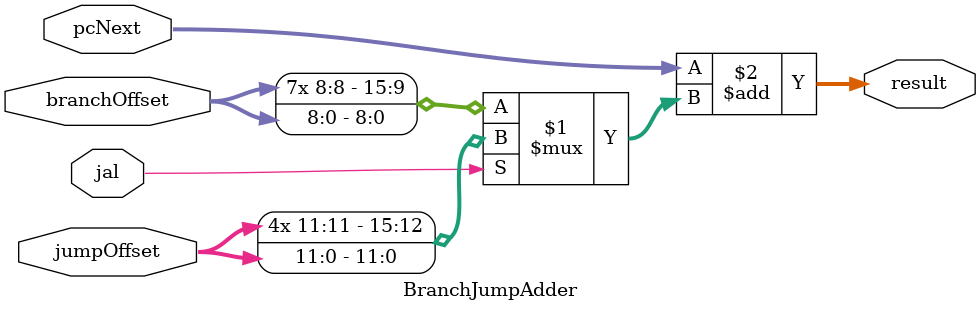
<source format=v>
module BranchJumpAdder(jal, pcNext, branchOffset, jumpOffset, result);
  input jal;
  input [15:0] pcNext;
  input [8:0] branchOffset;
  input [11:0] jumpOffset;

  output [15:0] result;

  // Set Result
  assign result = pcNext+(jal?{{4{jumpOffset[11]}},jumpOffset}:{{7{branchOffset[8]}},branchOffset});

endmodule

</source>
